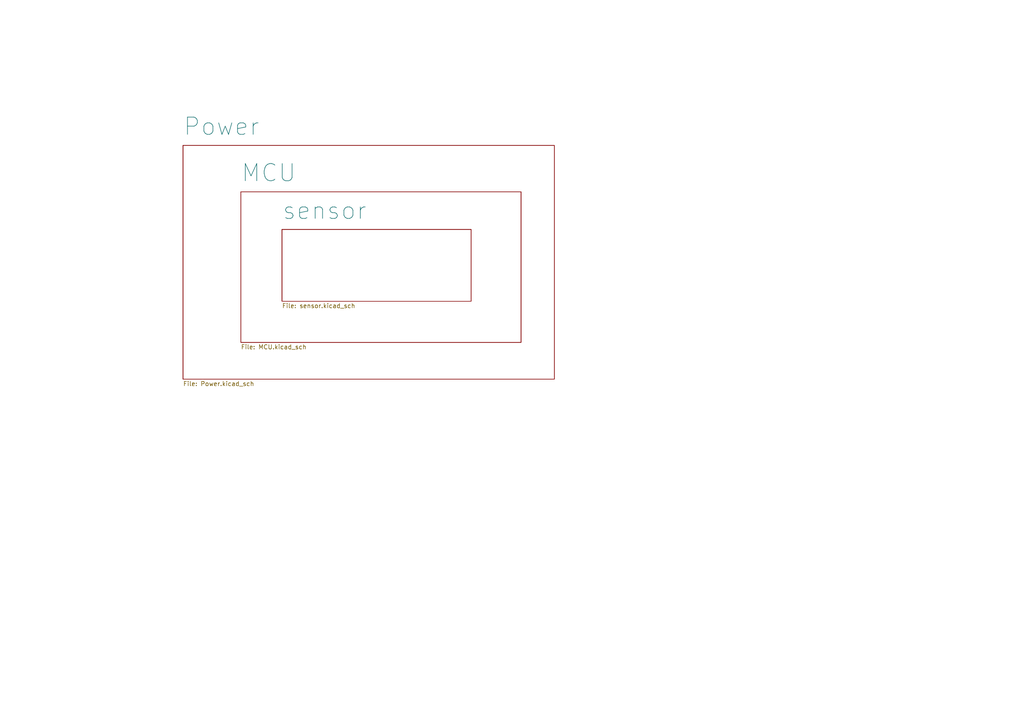
<source format=kicad_sch>
(kicad_sch
	(version 20231120)
	(generator "eeschema")
	(generator_version "8.0")
	(uuid "63adafef-d556-46d1-ae91-e24e778e6981")
	(paper "A4")
	(lib_symbols)
	(sheet
		(at 69.85 55.626)
		(size 81.28 43.688)
		(fields_autoplaced yes)
		(stroke
			(width 0.1524)
			(type solid)
		)
		(fill
			(color 0 0 0 0.0000)
		)
		(uuid "48f56978-31fc-4b6f-b30e-afa17a9e5afe")
		(property "Sheetname" "MCU"
			(at 69.85 53.0494 0)
			(effects
				(font
					(size 5 5)
				)
				(justify left bottom)
			)
		)
		(property "Sheetfile" "MCU.kicad_sch"
			(at 69.85 99.8986 0)
			(effects
				(font
					(size 1.27 1.27)
				)
				(justify left top)
			)
		)
		(property "フィールド2" ""
			(at 69.85 55.626 0)
			(effects
				(font
					(size 1.27 1.27)
				)
				(hide yes)
			)
		)
		(instances
			(project "AirDataCenter"
				(path "/63adafef-d556-46d1-ae91-e24e778e6981"
					(page "3")
				)
			)
		)
	)
	(sheet
		(at 53.086 42.164)
		(size 107.696 67.818)
		(fields_autoplaced yes)
		(stroke
			(width 0.1524)
			(type solid)
		)
		(fill
			(color 0 0 0 0.0000)
		)
		(uuid "72986e80-2572-4cb1-8b80-8e81f50162e1")
		(property "Sheetname" "Power"
			(at 53.086 39.5874 0)
			(effects
				(font
					(size 5 5)
				)
				(justify left bottom)
			)
		)
		(property "Sheetfile" "Power.kicad_sch"
			(at 53.086 110.5666 0)
			(effects
				(font
					(size 1.27 1.27)
				)
				(justify left top)
			)
		)
		(instances
			(project "AirDataCenter"
				(path "/63adafef-d556-46d1-ae91-e24e778e6981"
					(page "2")
				)
			)
		)
	)
	(sheet
		(at 81.788 66.548)
		(size 54.864 20.828)
		(fields_autoplaced yes)
		(stroke
			(width 0.1524)
			(type solid)
		)
		(fill
			(color 0 0 0 0.0000)
		)
		(uuid "f5e1cb5e-778c-43eb-a6aa-11e00c22d42c")
		(property "Sheetname" "sensor"
			(at 81.788 63.9714 0)
			(effects
				(font
					(size 5 5)
				)
				(justify left bottom)
			)
		)
		(property "Sheetfile" "sensor.kicad_sch"
			(at 81.788 87.9606 0)
			(effects
				(font
					(size 1.27 1.27)
				)
				(justify left top)
			)
		)
		(property "フィールド2" ""
			(at 81.788 66.548 0)
			(effects
				(font
					(size 1.27 1.27)
				)
				(hide yes)
			)
		)
		(instances
			(project "AirDataCenter"
				(path "/63adafef-d556-46d1-ae91-e24e778e6981"
					(page "4")
				)
			)
		)
	)
	(sheet_instances
		(path "/"
			(page "1")
		)
	)
)
</source>
